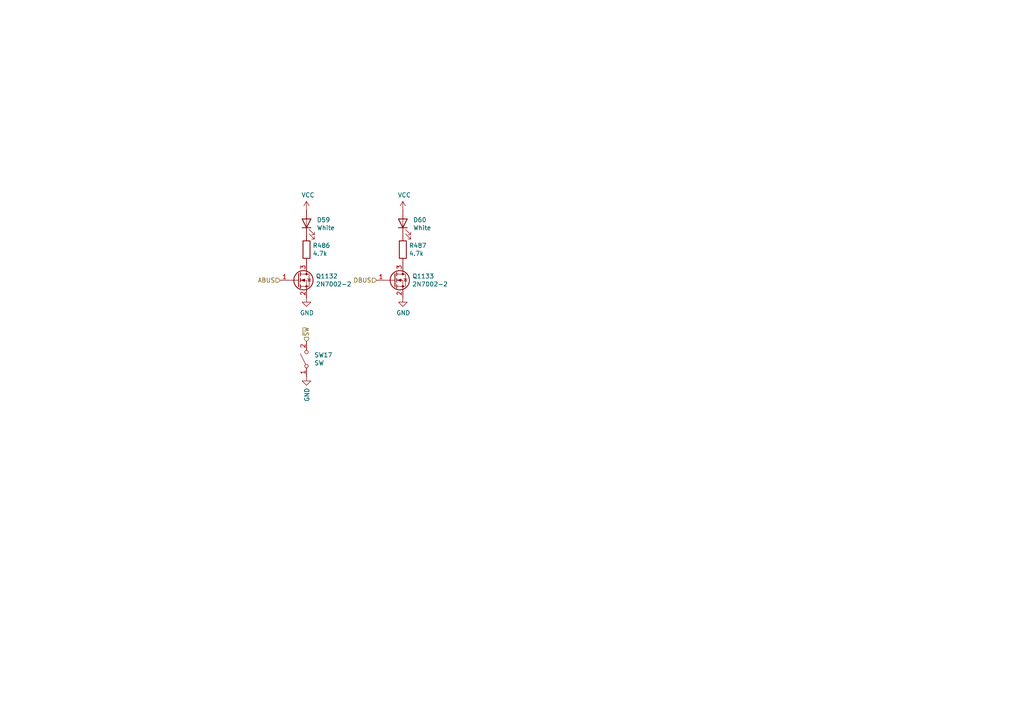
<source format=kicad_sch>
(kicad_sch (version 20210126) (generator eeschema)
  (paper "A4")
  (title_block (title "Front Panel Bit") (date "2021-01-30") (rev "1") (company "joewing.net"))
  (lib_symbols
    (symbol "Device:LED" (pin_numbers hide) (pin_names (offset 1.016) hide)
      (property "Reference" "D" (at 0 2.54 0))
      (property "Value" "LED" (at 0 -2.54 0))
      (symbol "LED_0_1"
        (polyline (pts (xy -1.27 -1.27) (xy -1.27 1.27)) (stroke (width 0.254)))
        (polyline (pts (xy -1.27 0) (xy 1.27 0)))
        (polyline (pts (xy 1.27 -1.27) (xy 1.27 1.27) (xy -1.27 0) (xy 1.27 -1.27)) (stroke (width 0.254)))
        (polyline (pts (xy -3.048 -0.762) (xy -4.572 -2.286) (xy -3.81 -2.286) (xy -4.572 -2.286) (xy -4.572 -1.524)))
        (polyline (pts (xy -1.778 -0.762) (xy -3.302 -2.286) (xy -2.54 -2.286) (xy -3.302 -2.286) (xy -3.302 -1.524)))
      )
      (symbol "LED_1_1"
        (pin passive line (at -3.81 0 0) (length 2.54) (name "K") (number "1"))
        (pin passive line (at 3.81 0 180) (length 2.54) (name "A") (number "2"))
      )
    )
    (symbol "Device:R" (pin_numbers hide) (pin_names (offset 0))
      (property "Reference" "R" (at 2.032 0 90))
      (property "Value" "R" (at 0 0 90))
      (symbol "R_0_1"
        (rectangle (start -1.016 -2.54) (end 1.016 2.54) (stroke (width 0.254)))
      )
      (symbol "R_1_1"
        (pin passive line (at 0 3.81 270) (length 1.27) (name "~") (number "1"))
        (pin passive line (at 0 -3.81 90) (length 1.27) (name "~") (number "2"))
      )
    )
    (symbol "Switch:SW_SPST" (pin_names (offset 0) hide)
      (property "Reference" "SW" (at 0 3.175 0))
      (property "Value" "SW_SPST" (at 0 -2.54 0))
      (symbol "SW_SPST_0_0"
        (circle (center -2.032 0) (radius 0.508))
        (circle (center 2.032 0) (radius 0.508))
        (polyline (pts (xy -1.524 0.254) (xy 1.524 1.778)))
      )
      (symbol "SW_SPST_1_1"
        (pin passive line (at -5.08 0 0) (length 2.54) (name "A") (number "1"))
        (pin passive line (at 5.08 0 180) (length 2.54) (name "B") (number "2"))
      )
    )
    (symbol "Transistor_FET:2N7002" (pin_names hide)
      (property "Reference" "Q" (at 5.08 1.905 0))
      (property "Value" "2N7002" (at 5.08 0 0))
      (symbol "2N7002_0_1"
        (circle (center 1.651 0) (radius 2.794) (stroke (width 0.254)))
        (circle (center 2.54 -1.778) (radius 0.254) (fill (type outline)))
        (circle (center 2.54 1.778) (radius 0.254) (fill (type outline)))
        (polyline (pts (xy 0.254 0) (xy -2.54 0)))
        (polyline (pts (xy 0.254 1.905) (xy 0.254 -1.905)) (stroke (width 0.254)))
        (polyline (pts (xy 0.762 -1.27) (xy 0.762 -2.286)) (stroke (width 0.254)))
        (polyline (pts (xy 0.762 0.508) (xy 0.762 -0.508)) (stroke (width 0.254)))
        (polyline (pts (xy 0.762 2.286) (xy 0.762 1.27)) (stroke (width 0.254)))
        (polyline (pts (xy 2.54 2.54) (xy 2.54 1.778)))
        (polyline (pts (xy 2.54 -2.54) (xy 2.54 0) (xy 0.762 0)))
        (polyline (pts (xy 0.762 -1.778) (xy 3.302 -1.778) (xy 3.302 1.778) (xy 0.762 1.778)))
        (polyline (pts (xy 1.016 0) (xy 2.032 0.381) (xy 2.032 -0.381) (xy 1.016 0)) (fill (type outline)))
        (polyline (pts (xy 2.794 0.508) (xy 2.921 0.381) (xy 3.683 0.381) (xy 3.81 0.254)))
        (polyline (pts (xy 3.302 0.381) (xy 2.921 -0.254) (xy 3.683 -0.254) (xy 3.302 0.381)))
      )
      (symbol "2N7002_1_1"
        (pin input line (at -5.08 0 0) (length 2.54) (name "G") (number "1"))
        (pin passive line (at 2.54 -5.08 90) (length 2.54) (name "S") (number "2"))
        (pin passive line (at 2.54 5.08 270) (length 2.54) (name "D") (number "3"))
      )
    )
    (symbol "power:GND" (power) (pin_names (offset 0))
      (property "Value" "GND" (at 0 -3.81 0))
      (symbol "GND_0_1"
        (polyline (pts (xy 0 0) (xy 0 -1.27) (xy 1.27 -1.27) (xy 0 -2.54) (xy -1.27 -1.27) (xy 0 -1.27)))
      )
      (symbol "GND_1_1"
        (pin power_in line (at 0 0 270) (length 0) hide (name "GND") (number "1"))
      )
    )
    (symbol "power:VCC" (power) (pin_names (offset 0))
      (property "Value" "VCC" (at 0 3.81 0))
      (symbol "VCC_0_1"
        (polyline (pts (xy -0.762 1.27) (xy 0 2.54)))
        (polyline (pts (xy 0 0) (xy 0 2.54)))
        (polyline (pts (xy 0 2.54) (xy 0.762 1.27)))
      )
      (symbol "VCC_1_1"
        (pin power_in line (at 0 0 90) (length 0) hide (name "VCC") (number "1"))
      )
    )
  )
  (hierarchical_label "ABUS" (shape input) (at 81.28 81.28 180))
  (hierarchical_label "~SW" (shape input) (at 88.9 99.06 90))
  (hierarchical_label "DBUS" (shape input) (at 109.22 81.28 180))
  (symbol (lib_id "power:VCC") (at 88.9 60.96 0)
    (property "Reference" "#PWR0997" (effects hide))
    (property "Value" "VCC" (at 89.3318 56.5658 0))
  )
  (symbol (lib_id "power:VCC") (at 116.84 60.96 0)
    (property "Reference" "#PWR0998" (effects hide))
    (property "Value" "VCC" (at 117.2718 56.5658 0))
  )
  (symbol (lib_id "power:GND") (at 88.9 86.36 0)
    (property "Reference" "#PWR0999" (effects hide))
    (property "Value" "GND" (at 89.027 90.7542 0))
  )
  (symbol (lib_id "power:GND") (at 88.9 109.22 0)
    (property "Reference" "#PWR01001" (effects hide))
    (property "Value" "GND" (at 89.027 112.4712 90) (effects (justify right)))
  )
  (symbol (lib_id "power:GND") (at 116.84 86.36 0)
    (property "Reference" "#PWR01000" (effects hide))
    (property "Value" "GND" (at 116.967 90.7542 0))
  )
  (symbol (lib_id "Device:R") (at 88.9 72.39 0)
    (property "Reference" "R486" (at 90.678 71.2216 0) (effects (justify left)))
    (property "Value" "4.7k" (at 90.678 73.533 0) (effects (justify left)))
    (property "Footprint" "Resistor_SMD:R_0805_2012Metric" (effects hide))
    (property "LCSC" "C17673" (effects hide))
  )
  (symbol (lib_id "Device:R") (at 116.84 72.39 0)
    (property "Reference" "R487" (at 118.618 71.2216 0) (effects (justify left)))
    (property "Value" "4.7k" (at 118.618 73.533 0) (effects (justify left)))
    (property "Footprint" "Resistor_SMD:R_0805_2012Metric" (effects hide))
    (property "LCSC" "C17673" (effects hide))
  )
  (symbol (lib_id "Device:LED") (at 88.9 64.77 90)
    (property "Reference" "D59" (at 91.8718 63.7794 90) (effects (justify right)))
    (property "Value" "White" (at 91.8718 66.0908 90) (effects (justify right)))
    (property "Footprint" "LED_SMD:LED_0805_2012Metric" (effects hide))
    (property "LCSC" "C34499" (effects hide))
  )
  (symbol (lib_id "Device:LED") (at 116.84 64.77 90)
    (property "Reference" "D60" (at 119.8118 63.7794 90) (effects (justify right)))
    (property "Value" "White" (at 119.8118 66.0908 90) (effects (justify right)))
    (property "Footprint" "LED_SMD:LED_0805_2012Metric" (effects hide))
    (property "LCSC" "C34499" (effects hide))
  )
  (symbol (lib_id "Switch:SW_SPST") (at 88.9 104.14 90)
    (property "Reference" "SW17" (at 91.1352 102.9716 90) (effects (justify right)))
    (property "Value" "SW" (at 91.1352 105.283 90) (effects (justify right)))
    (property "Footprint" "Connector_PinHeader_2.54mm:PinHeader_1x03_P2.54mm_Vertical" (effects hide))
  )
  (symbol (lib_id "Transistor_FET:2N7002") (at 86.36 81.28 0)
    (property "Reference" "Q1132" (at 91.5924 80.1116 0) (effects (justify left)))
    (property "Value" "2N7002-2" (at 91.5924 82.423 0) (effects (justify left)))
    (property "Footprint" "Package_TO_SOT_SMD:SOT-23" (effects hide))
    (property "Datasheet" "https://www.fairchildsemi.com/datasheets/2N/2N7002.pdf" (effects hide))
    (property "LCSC" "C8545" (effects hide))
  )
  (symbol (lib_id "Transistor_FET:2N7002") (at 114.3 81.28 0)
    (property "Reference" "Q1133" (at 119.5324 80.1116 0) (effects (justify left)))
    (property "Value" "2N7002-2" (at 119.532 82.423 0) (effects (justify left)))
    (property "Footprint" "Package_TO_SOT_SMD:SOT-23" (effects hide))
    (property "Datasheet" "https://www.fairchildsemi.com/datasheets/2N/2N7002.pdf" (effects hide))
    (property "LCSC" "C8545" (effects hide))
  )
)
</source>
